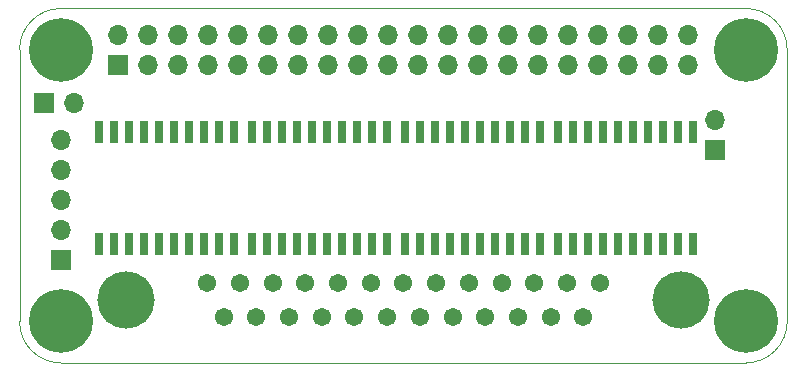
<source format=gbr>
%TF.GenerationSoftware,KiCad,Pcbnew,(5.1.7-0-10_14)*%
%TF.CreationDate,2021-10-10T14:00:01-05:00*%
%TF.ProjectId,rascsi_zero,72617363-7369-45f7-9a65-726f2e6b6963,rev?*%
%TF.SameCoordinates,PX59d60c0PY325aa00*%
%TF.FileFunction,Soldermask,Bot*%
%TF.FilePolarity,Negative*%
%FSLAX46Y46*%
G04 Gerber Fmt 4.6, Leading zero omitted, Abs format (unit mm)*
G04 Created by KiCad (PCBNEW (5.1.7-0-10_14)) date 2021-10-10 14:00:01*
%MOMM*%
%LPD*%
G01*
G04 APERTURE LIST*
%TA.AperFunction,Profile*%
%ADD10C,0.050000*%
%TD*%
%ADD11C,4.845000*%
%ADD12C,1.545000*%
%ADD13R,0.650000X1.950000*%
%ADD14O,1.700000X1.700000*%
%ADD15R,1.700000X1.700000*%
%ADD16C,0.800000*%
%ADD17C,5.400000*%
G04 APERTURE END LIST*
D10*
X83800000Y-19700000D02*
X141800000Y-19700000D01*
X83800000Y-19700000D02*
G75*
G02*
X80300000Y-16200000I0J3500000D01*
G01*
X145300000Y-16200000D02*
G75*
G02*
X141800000Y-19700000I-3500000J0D01*
G01*
X80300000Y6800000D02*
X80300000Y-16200000D01*
X145300000Y6800000D02*
X145300000Y-16200000D01*
X83800000Y10300000D02*
X141800000Y10300000D01*
X80300000Y6800000D02*
G75*
G02*
X83800000Y10300000I3500000J0D01*
G01*
X141800000Y10300000D02*
G75*
G02*
X145300000Y6800000I0J-3500000D01*
G01*
D11*
%TO.C,J6*%
X89286320Y-14371200D03*
X136326320Y-14371200D03*
D12*
X97571320Y-15791200D03*
X100341320Y-15791200D03*
X103111320Y-15791200D03*
X105881320Y-15791200D03*
X108651320Y-15791200D03*
X111421320Y-15791200D03*
X114191320Y-15791200D03*
X116961320Y-15791200D03*
X119731320Y-15791200D03*
X122501320Y-15791200D03*
X125271320Y-15791200D03*
X128041320Y-15791200D03*
X96186320Y-12951200D03*
X98956320Y-12951200D03*
X101726320Y-12951200D03*
X104496320Y-12951200D03*
X107266320Y-12951200D03*
X110036320Y-12951200D03*
X112806320Y-12951200D03*
X115576320Y-12951200D03*
X118346320Y-12951200D03*
X121116320Y-12951200D03*
X123886320Y-12951200D03*
X126656320Y-12951200D03*
X129426320Y-12951200D03*
%TD*%
D13*
%TO.C,IC3*%
X99956880Y-9638880D03*
X101226880Y-9638880D03*
X102496880Y-9638880D03*
X103766880Y-9638880D03*
X105036880Y-9638880D03*
X106306880Y-9638880D03*
X107576880Y-9638880D03*
X108846880Y-9638880D03*
X110116880Y-9638880D03*
X111386880Y-9638880D03*
X111386880Y-188880D03*
X110116880Y-188880D03*
X108846880Y-188880D03*
X107576880Y-188880D03*
X106306880Y-188880D03*
X105036880Y-188880D03*
X103766880Y-188880D03*
X102496880Y-188880D03*
X101226880Y-188880D03*
X99956880Y-188880D03*
%TD*%
%TO.C,IC4*%
X87002880Y-9638880D03*
X88272880Y-9638880D03*
X89542880Y-9638880D03*
X90812880Y-9638880D03*
X92082880Y-9638880D03*
X93352880Y-9638880D03*
X94622880Y-9638880D03*
X95892880Y-9638880D03*
X97162880Y-9638880D03*
X98432880Y-9638880D03*
X98432880Y-188880D03*
X97162880Y-188880D03*
X95892880Y-188880D03*
X94622880Y-188880D03*
X93352880Y-188880D03*
X92082880Y-188880D03*
X90812880Y-188880D03*
X89542880Y-188880D03*
X88272880Y-188880D03*
X87002880Y-188880D03*
%TD*%
%TO.C,IC2*%
X137294880Y-188880D03*
X136024880Y-188880D03*
X134754880Y-188880D03*
X133484880Y-188880D03*
X132214880Y-188880D03*
X130944880Y-188880D03*
X129674880Y-188880D03*
X128404880Y-188880D03*
X127134880Y-188880D03*
X125864880Y-188880D03*
X125864880Y-9638880D03*
X127134880Y-9638880D03*
X128404880Y-9638880D03*
X129674880Y-9638880D03*
X130944880Y-9638880D03*
X132214880Y-9638880D03*
X133484880Y-9638880D03*
X134754880Y-9638880D03*
X136024880Y-9638880D03*
X137294880Y-9638880D03*
%TD*%
%TO.C,IC1*%
X124340880Y-188880D03*
X123070880Y-188880D03*
X121800880Y-188880D03*
X120530880Y-188880D03*
X119260880Y-188880D03*
X117990880Y-188880D03*
X116720880Y-188880D03*
X115450880Y-188880D03*
X114180880Y-188880D03*
X112910880Y-188880D03*
X112910880Y-9638880D03*
X114180880Y-9638880D03*
X115450880Y-9638880D03*
X116720880Y-9638880D03*
X117990880Y-9638880D03*
X119260880Y-9638880D03*
X120530880Y-9638880D03*
X121800880Y-9638880D03*
X123070880Y-9638880D03*
X124340880Y-9638880D03*
%TD*%
D14*
%TO.C,J2*%
X139226000Y857000D03*
D15*
X139226000Y-1683000D03*
%TD*%
D14*
%TO.C,J7*%
X84920000Y2280000D03*
D15*
X82380000Y2280000D03*
%TD*%
D14*
%TO.C,J1*%
X136930000Y8070000D03*
X136930000Y5530000D03*
X134390000Y8070000D03*
X134390000Y5530000D03*
X131850000Y8070000D03*
X131850000Y5530000D03*
X129310000Y8070000D03*
X129310000Y5530000D03*
X126770000Y8070000D03*
X126770000Y5530000D03*
X124230000Y8070000D03*
X124230000Y5530000D03*
X121690000Y8070000D03*
X121690000Y5530000D03*
X119150000Y8070000D03*
X119150000Y5530000D03*
X116610000Y8070000D03*
X116610000Y5530000D03*
X114070000Y8070000D03*
X114070000Y5530000D03*
X111530000Y8070000D03*
X111530000Y5530000D03*
X108990000Y8070000D03*
X108990000Y5530000D03*
X106450000Y8070000D03*
X106450000Y5530000D03*
X103910000Y8070000D03*
X103910000Y5530000D03*
X101370000Y8070000D03*
X101370000Y5530000D03*
X98830000Y8070000D03*
X98830000Y5530000D03*
X96290000Y8070000D03*
X96290000Y5530000D03*
X93750000Y8070000D03*
X93750000Y5530000D03*
X91210000Y8070000D03*
X91210000Y5530000D03*
X88670000Y8070000D03*
D15*
X88670000Y5530000D03*
%TD*%
D16*
%TO.C,H2*%
X143231891Y8231891D03*
X141800000Y8825000D03*
X140368109Y8231891D03*
X139775000Y6800000D03*
X140368109Y5368109D03*
X141800000Y4775000D03*
X143231891Y5368109D03*
X143825000Y6800000D03*
D17*
X141800000Y6800000D03*
%TD*%
D16*
%TO.C,H1*%
X85231891Y8231891D03*
X83800000Y8825000D03*
X82368109Y8231891D03*
X81775000Y6800000D03*
X82368109Y5368109D03*
X83800000Y4775000D03*
X85231891Y5368109D03*
X85825000Y6800000D03*
D17*
X83800000Y6800000D03*
%TD*%
D14*
%TO.C,J4*%
X83810000Y-820000D03*
X83810000Y-3360000D03*
X83810000Y-5900000D03*
X83810000Y-8440000D03*
D15*
X83810000Y-10980000D03*
%TD*%
D16*
%TO.C,H4*%
X143231891Y-14768109D03*
X141800000Y-14175000D03*
X140368109Y-14768109D03*
X139775000Y-16200000D03*
X140368109Y-17631891D03*
X141800000Y-18225000D03*
X143231891Y-17631891D03*
X143825000Y-16200000D03*
D17*
X141800000Y-16200000D03*
%TD*%
D16*
%TO.C,H3*%
X85231891Y-14768109D03*
X83800000Y-14175000D03*
X82368109Y-14768109D03*
X81775000Y-16200000D03*
X82368109Y-17631891D03*
X83800000Y-18225000D03*
X85231891Y-17631891D03*
X85825000Y-16200000D03*
D17*
X83800000Y-16200000D03*
%TD*%
M02*

</source>
